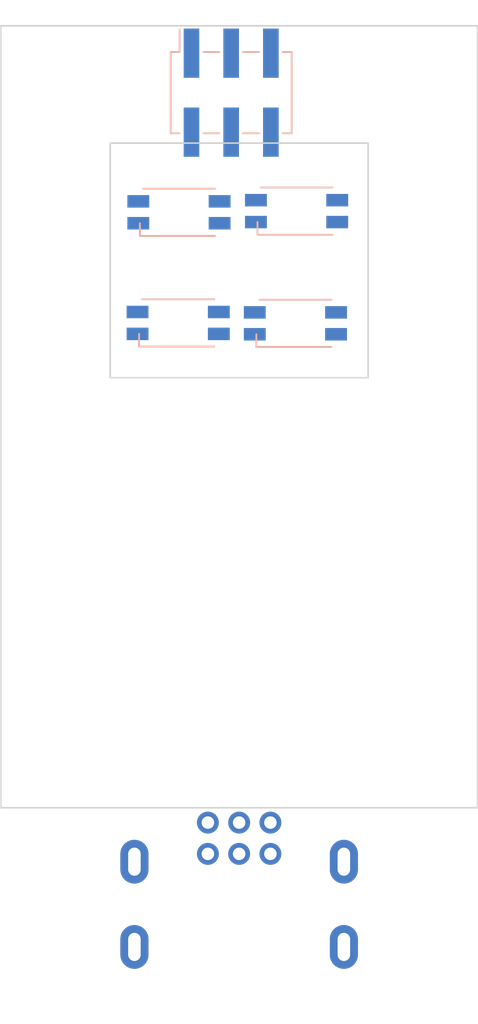
<source format=kicad_pcb>
(kicad_pcb (version 20230410) (generator pcbnew)
  (layers (0 "F.Cu" signal) (31 "B.Cu" signal) (34 "B.Paste" user) (35 "F.Paste" user) (36 "B.SilkS" user "B.Silkscreen") (37 "F.SilkS" user "F.Silkscreen") (38 "B.Mask" user) (39 "F.Mask" user) (44 "Edge.Cuts" user))
  (net 0 "")
  (net 1 "+3V3")
  (net 2 "GND")
  (net 3 "/SDA")
  (net 4 "/SCL")
  (net 5 "/IO1")
  (net 6 "/IO2")
  (footprint "jeffmakes-footprints:Nintendo-Wii-Connector" (layer "F.Cu") (at 150 146.15 180)
    (fp_text reference "J2" hide)
    (fp_text value "Conn_01x06_Shielded" hide)
    (pad "1" thru_hole circle (at -2 5.2 180) (size 1.4 1.4) (drill 0.8) (layers "*.Cu" "*.Mask"))
    (pad "2" thru_hole circle (at 0 5.2 180) (size 1.4 1.4) (drill 0.8) (layers "*.Cu" "*.Mask"))
    (pad "3" thru_hole circle (at 2 5.2 180) (size 1.4 1.4) (drill 0.8) (layers "*.Cu" "*.Mask"))
    (pad "4" thru_hole circle (at 2 3.2 180) (size 1.4 1.4) (drill 0.8) (layers "*.Cu" "*.Mask"))
    (pad "5" thru_hole circle (at 0 3.2 180) (size 1.4 1.4) (drill 0.8) (layers "*.Cu" "*.Mask"))
    (pad "6" thru_hole circle (at -2 3.2 180) (size 1.4 1.4) (drill 0.8) (layers "*.Cu" "*.Mask"))
    (pad "SH" thru_hole oval (at -6.7 -2.75 180) (size 1.8 2.8) (drill oval 0.8 1.8) (layers "*.Cu" "*.Mask"))
    (pad "SH" thru_hole oval (at -6.7 2.7 180) (size 1.8 2.8) (drill oval 0.8 1.8) (layers "*.Cu" "*.Mask"))
    (pad "SH" thru_hole oval (at 6.7 -2.75 180) (size 1.8 2.8) (drill oval 0.8 1.8) (layers "*.Cu" "*.Mask"))
    (pad "SH" thru_hole oval (at 6.7 2.7 180) (size 1.8 2.8) (drill oval 0.8 1.8) (layers "*.Cu" "*.Mask"))
  )
  (footprint "jeffmakes-footprints:LED_RGB_PLCC4_reverse_mount" (layer "B.Cu") (at 153.6 109.025)
    (fp_text reference "D4" hide)
    (fp_text value "XZMDKCBDDG45S-9" hide)
    (fp_line (start -2.5 1.51) (end -2.5 0.7) (stroke (width 0.12)) (layer "B.SilkS"))
    (fp_line (start 2.3 -1.51) (end -2.3 -1.51) (stroke (width 0.12)) (layer "B.SilkS"))
    (fp_line (start 2.3 1.51) (end -2.5 1.51) (stroke (width 0.12)) (layer "B.SilkS"))
    (pad "1" smd rect (at 2.6 0.7) (size 1.4 0.8) (layers "B.Cu" "B.Paste" "B.Mask"))
    (pad "2" smd rect (at 2.6 -0.7) (size 1.4 0.8) (layers "B.Cu" "B.Paste" "B.Mask"))
    (pad "3" smd rect (at -2.6 0.7) (size 1.4 0.8) (layers "B.Cu" "B.Paste" "B.Mask"))
    (pad "4" smd rect (at -2.6 -0.7) (size 1.4 0.8) (layers "B.Cu" "B.Paste" "B.Mask"))
  )
  (footprint "Connector_PinHeader_2.54mm:PinHeader_2x03_P2.54mm_Vertical_SMD" (layer "B.Cu") (at 149.49 94.275 -90)
    (fp_text reference "J1" hide)
    (fp_text value "Conn_02x03_Odd_Even" hide)
    (fp_line (start 2.6 3.87) (end -2.6 3.87) (stroke (width 0.12)) (layer "B.SilkS"))
    (fp_line (start -2.6 3.3) (end -2.6 3.87) (stroke (width 0.12)) (layer "B.SilkS"))
    (fp_line (start -2.6 3.3) (end -4.04 3.3) (stroke (width 0.12)) (layer "B.SilkS"))
    (fp_line (start 2.6 3.3) (end 2.6 3.87) (stroke (width 0.12)) (layer "B.SilkS"))
    (fp_line (start -2.6 0.76) (end -2.6 1.78) (stroke (width 0.12)) (layer "B.SilkS"))
    (fp_line (start 2.6 0.76) (end 2.6 1.78) (stroke (width 0.12)) (layer "B.SilkS"))
    (fp_line (start -2.6 -1.78) (end -2.6 -0.76) (stroke (width 0.12)) (layer "B.SilkS"))
    (fp_line (start 2.6 -1.78) (end 2.6 -0.76) (stroke (width 0.12)) (layer "B.SilkS"))
    (fp_line (start -2.6 -3.87) (end -2.6 -3.3) (stroke (width 0.12)) (layer "B.SilkS"))
    (fp_line (start 2.6 -3.87) (end 2.6 -3.3) (stroke (width 0.12)) (layer "B.SilkS"))
    (fp_line (start 2.6 -3.87) (end -2.6 -3.87) (stroke (width 0.12)) (layer "B.SilkS"))
    (pad "1" smd rect (at -2.525 2.54 270) (size 3.15 1) (layers "B.Cu" "B.Paste" "B.Mask") (net 1 "+3V3"))
    (pad "2" smd rect (at 2.525 2.54 270) (size 3.15 1) (layers "B.Cu" "B.Paste" "B.Mask") (net 2 "GND"))
    (pad "3" smd rect (at -2.525 0 270) (size 3.15 1) (layers "B.Cu" "B.Paste" "B.Mask") (net 3 "/SDA"))
    (pad "4" smd rect (at 2.525 0 270) (size 3.15 1) (layers "B.Cu" "B.Paste" "B.Mask") (net 4 "/SCL"))
    (pad "5" smd rect (at -2.525 -2.54 270) (size 3.15 1) (layers "B.Cu" "B.Paste" "B.Mask") (net 5 "/IO1"))
    (pad "6" smd rect (at 2.525 -2.54 270) (size 3.15 1) (layers "B.Cu" "B.Paste" "B.Mask") (net 6 "/IO2"))
  )
  (footprint "jeffmakes-footprints:LED_RGB_PLCC4_reverse_mount" (layer "B.Cu") (at 153.675 101.85)
    (fp_text reference "D2" hide)
    (fp_text value "XZMDKCBDDG45S-9" hide)
    (fp_line (start -2.5 1.51) (end -2.5 0.7) (stroke (width 0.12)) (layer "B.SilkS"))
    (fp_line (start 2.3 -1.51) (end -2.3 -1.51) (stroke (width 0.12)) (layer "B.SilkS"))
    (fp_line (start 2.3 1.51) (end -2.5 1.51) (stroke (width 0.12)) (layer "B.SilkS"))
    (pad "1" smd rect (at 2.6 0.7) (size 1.4 0.8) (layers "B.Cu" "B.Paste" "B.Mask"))
    (pad "2" smd rect (at 2.6 -0.7) (size 1.4 0.8) (layers "B.Cu" "B.Paste" "B.Mask"))
    (pad "3" smd rect (at -2.6 0.7) (size 1.4 0.8) (layers "B.Cu" "B.Paste" "B.Mask"))
    (pad "4" smd rect (at -2.6 -0.7) (size 1.4 0.8) (layers "B.Cu" "B.Paste" "B.Mask"))
  )
  (footprint "jeffmakes-footprints:LED_RGB_PLCC4_reverse_mount" (layer "B.Cu") (at 146.1 109)
    (fp_text reference "D3" hide)
    (fp_text value "XZMDKCBDDG45S-9" hide)
    (fp_line (start -2.5 1.51) (end -2.5 0.7) (stroke (width 0.12)) (layer "B.SilkS"))
    (fp_line (start 2.3 -1.51) (end -2.3 -1.51) (stroke (width 0.12)) (layer "B.SilkS"))
    (fp_line (start 2.3 1.51) (end -2.5 1.51) (stroke (width 0.12)) (layer "B.SilkS"))
    (pad "1" smd rect (at 2.6 0.7) (size 1.4 0.8) (layers "B.Cu" "B.Paste" "B.Mask"))
    (pad "2" smd rect (at 2.6 -0.7) (size 1.4 0.8) (layers "B.Cu" "B.Paste" "B.Mask"))
    (pad "3" smd rect (at -2.6 0.7) (size 1.4 0.8) (layers "B.Cu" "B.Paste" "B.Mask"))
    (pad "4" smd rect (at -2.6 -0.7) (size 1.4 0.8) (layers "B.Cu" "B.Paste" "B.Mask"))
  )
  (footprint "jeffmakes-footprints:LED_RGB_PLCC4_reverse_mount" (layer "B.Cu") (at 146.15 101.925)
    (fp_text reference "D1" hide)
    (fp_text value "XZMDKCBDDG45S-9" hide)
    (fp_line (start -2.5 1.51) (end -2.5 0.7) (stroke (width 0.12)) (layer "B.SilkS"))
    (fp_line (start 2.3 -1.51) (end -2.3 -1.51) (stroke (width 0.12)) (layer "B.SilkS"))
    (fp_line (start 2.3 1.51) (end -2.5 1.51) (stroke (width 0.12)) (layer "B.SilkS"))
    (pad "1" smd rect (at 2.6 0.7) (size 1.4 0.8) (layers "B.Cu" "B.Paste" "B.Mask"))
    (pad "2" smd rect (at 2.6 -0.7) (size 1.4 0.8) (layers "B.Cu" "B.Paste" "B.Mask"))
    (pad "3" smd rect (at -2.6 0.7) (size 1.4 0.8) (layers "B.Cu" "B.Paste" "B.Mask"))
    (pad "4" smd rect (at -2.6 -0.7) (size 1.4 0.8) (layers "B.Cu" "B.Paste" "B.Mask"))
  )
  (gr_line (start 134.75 140) (end 134.75 90) (stroke (width 0.1)) (layer "Edge.Cuts"))
  (gr_line (start 141.75 97.5) (end 158.25 97.5) (stroke (width 0.1)) (layer "Edge.Cuts"))
  (gr_line (start 134.75 90) (end 165.25 90) (stroke (width 0.1)) (layer "Edge.Cuts"))
  (gr_line (start 134.75 140) (end 165.25 140) (stroke (width 0.1)) (layer "Edge.Cuts"))
  (gr_line (start 165.25 90) (end 165.25 140) (stroke (width 0.1)) (layer "Edge.Cuts"))
  (gr_line (start 141.75 97.5) (end 141.75 112.5) (stroke (width 0.1)) (layer "Edge.Cuts"))
  (gr_line (start 141.75 112.5) (end 158.25 112.5) (stroke (width 0.1)) (layer "Edge.Cuts"))
  (gr_line (start 158.25 112.5) (end 158.25 97.5) (stroke (width 0.1)) (layer "Edge.Cuts"))
)
</source>
